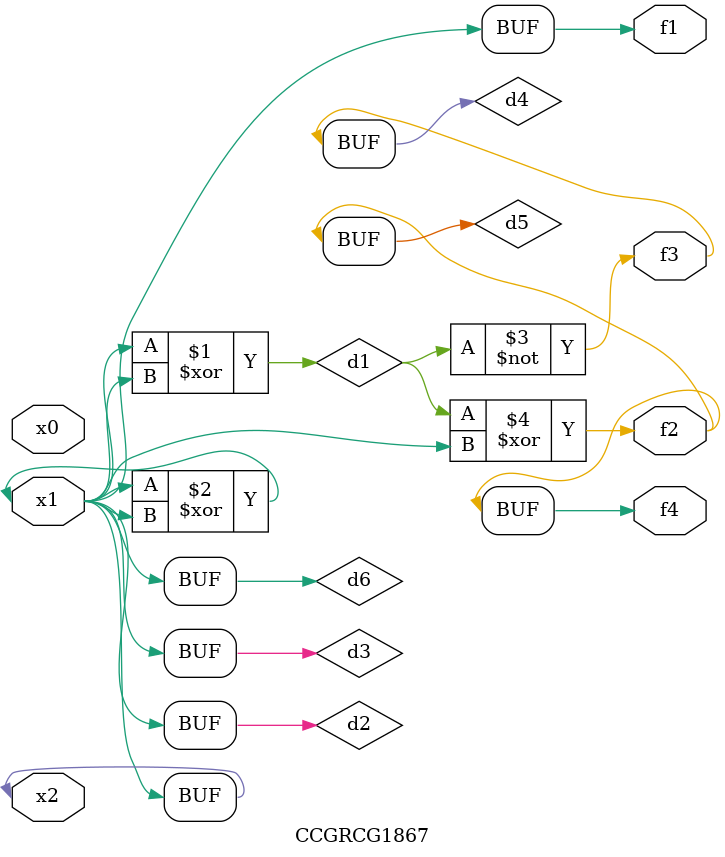
<source format=v>
module CCGRCG1867(
	input x0, x1, x2,
	output f1, f2, f3, f4
);

	wire d1, d2, d3, d4, d5, d6;

	xor (d1, x1, x2);
	buf (d2, x1, x2);
	xor (d3, x1, x2);
	nor (d4, d1);
	xor (d5, d1, d2);
	buf (d6, d2, d3);
	assign f1 = d6;
	assign f2 = d5;
	assign f3 = d4;
	assign f4 = d5;
endmodule

</source>
